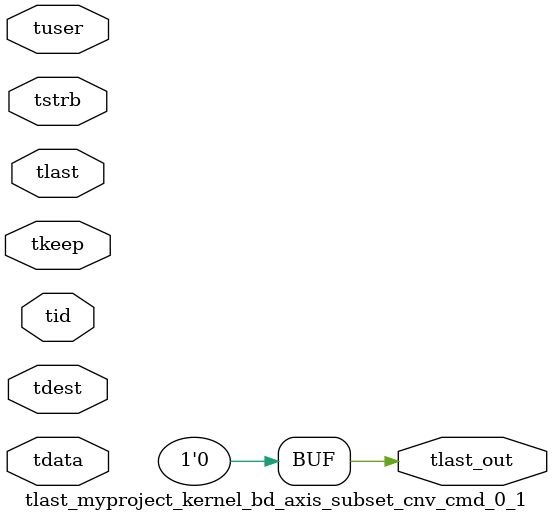
<source format=v>


`timescale 1ps/1ps

module tlast_myproject_kernel_bd_axis_subset_cnv_cmd_0_1 #
(
parameter C_S_AXIS_TID_WIDTH   = 1,
parameter C_S_AXIS_TUSER_WIDTH = 0,
parameter C_S_AXIS_TDATA_WIDTH = 0,
parameter C_S_AXIS_TDEST_WIDTH = 0
)
(
input  [(C_S_AXIS_TID_WIDTH   == 0 ? 1 : C_S_AXIS_TID_WIDTH)-1:0       ] tid,
input  [(C_S_AXIS_TDATA_WIDTH == 0 ? 1 : C_S_AXIS_TDATA_WIDTH)-1:0     ] tdata,
input  [(C_S_AXIS_TUSER_WIDTH == 0 ? 1 : C_S_AXIS_TUSER_WIDTH)-1:0     ] tuser,
input  [(C_S_AXIS_TDEST_WIDTH == 0 ? 1 : C_S_AXIS_TDEST_WIDTH)-1:0     ] tdest,
input  [(C_S_AXIS_TDATA_WIDTH/8)-1:0 ] tkeep,
input  [(C_S_AXIS_TDATA_WIDTH/8)-1:0 ] tstrb,
input  [0:0]                                                             tlast,
output                                                                   tlast_out
);

assign tlast_out = {1'b0};

endmodule


</source>
